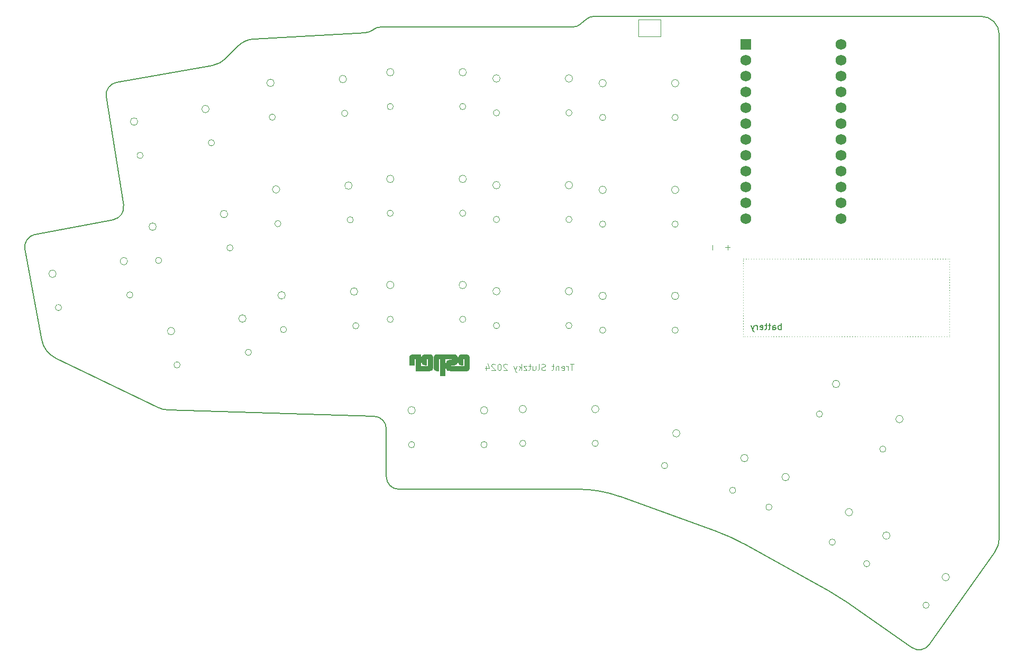
<source format=gbr>
%TF.GenerationSoftware,KiCad,Pcbnew,8.0.6*%
%TF.CreationDate,2024-11-17T18:27:12-05:00*%
%TF.ProjectId,ultra_lp_keeb,756c7472-615f-46c7-905f-6b6565622e6b,rev?*%
%TF.SameCoordinates,Original*%
%TF.FileFunction,Legend,Bot*%
%TF.FilePolarity,Positive*%
%FSLAX46Y46*%
G04 Gerber Fmt 4.6, Leading zero omitted, Abs format (unit mm)*
G04 Created by KiCad (PCBNEW 8.0.6) date 2024-11-17 18:27:12*
%MOMM*%
%LPD*%
G01*
G04 APERTURE LIST*
%ADD10C,0.100000*%
%ADD11C,0.150000*%
%ADD12C,0.000000*%
%ADD13R,1.752600X1.752600*%
%ADD14C,1.752600*%
%TA.AperFunction,Profile*%
%ADD15C,0.200000*%
%TD*%
%TA.AperFunction,Profile*%
%ADD16C,0.100000*%
%TD*%
G04 APERTURE END LIST*
D10*
X182000000Y-94500000D02*
X182020000Y-94500000D01*
X182420000Y-94500000D02*
X182440000Y-94500000D01*
X182840000Y-94500000D02*
X182860000Y-94500000D01*
X183260000Y-94500000D02*
X183280000Y-94500000D01*
X183680000Y-94500000D02*
X183700000Y-94500000D01*
X184100000Y-94500000D02*
X184120000Y-94500000D01*
X184520000Y-94500000D02*
X184540000Y-94500000D01*
X184940000Y-94500000D02*
X184960000Y-94500000D01*
X185360000Y-94500000D02*
X185380000Y-94500000D01*
X185780000Y-94500000D02*
X185800000Y-94500000D01*
X186200000Y-94500000D02*
X186220000Y-94500000D01*
X186620000Y-94500000D02*
X186640000Y-94500000D01*
X187040000Y-94500000D02*
X187060000Y-94500000D01*
X187460000Y-94500000D02*
X187480000Y-94500000D01*
X187880000Y-94500000D02*
X187900000Y-94500000D01*
X188300000Y-94500000D02*
X188320000Y-94500000D01*
X188720000Y-94500000D02*
X188740000Y-94500000D01*
X189140000Y-94500000D02*
X189160000Y-94500000D01*
X189560000Y-94500000D02*
X189580000Y-94500000D01*
X189980000Y-94500000D02*
X190000000Y-94500000D01*
X190400000Y-94500000D02*
X190420000Y-94500000D01*
X190820000Y-94500000D02*
X190840000Y-94500000D01*
X191240000Y-94500000D02*
X191260000Y-94500000D01*
X191660000Y-94500000D02*
X191680000Y-94500000D01*
X192080000Y-94500000D02*
X192100000Y-94500000D01*
X192500000Y-94500000D02*
X192520000Y-94500000D01*
X192920000Y-94500000D02*
X192940000Y-94500000D01*
X193340000Y-94500000D02*
X193360000Y-94500000D01*
X193760000Y-94500000D02*
X193780000Y-94500000D01*
X194180000Y-94500000D02*
X194200000Y-94500000D01*
X194600000Y-94500000D02*
X194620000Y-94500000D01*
X195020000Y-94500000D02*
X195040000Y-94500000D01*
X195440000Y-94500000D02*
X195460000Y-94500000D01*
X195860000Y-94500000D02*
X195880000Y-94500000D01*
X196280000Y-94500000D02*
X196300000Y-94500000D01*
X196700000Y-94500000D02*
X196720000Y-94500000D01*
X197120000Y-94500000D02*
X197140000Y-94500000D01*
X197540000Y-94500000D02*
X197560000Y-94500000D01*
X197960000Y-94500000D02*
X197980000Y-94500000D01*
X198380000Y-94500000D02*
X198400000Y-94500000D01*
X198800000Y-94500000D02*
X198820000Y-94500000D01*
X199220000Y-94500000D02*
X199240000Y-94500000D01*
X199640000Y-94500000D02*
X199660000Y-94500000D01*
X200060000Y-94500000D02*
X200080000Y-94500000D01*
X200480000Y-94500000D02*
X200500000Y-94500000D01*
X200900000Y-94500000D02*
X200920000Y-94500000D01*
X201320000Y-94500000D02*
X201340000Y-94500000D01*
X201740000Y-94500000D02*
X201760000Y-94500000D01*
X202160000Y-94500000D02*
X202180000Y-94500000D01*
X202580000Y-94500000D02*
X202600000Y-94500000D01*
X203000000Y-94500000D02*
X203020000Y-94500000D01*
X203420000Y-94500000D02*
X203440000Y-94500000D01*
X203840000Y-94500000D02*
X203860000Y-94500000D01*
X204260000Y-94500000D02*
X204280000Y-94500000D01*
X204680000Y-94500000D02*
X204700000Y-94500000D01*
X205100000Y-94500000D02*
X205120000Y-94500000D01*
X205520000Y-94500000D02*
X205540000Y-94500000D01*
X205940000Y-94500000D02*
X205960000Y-94500000D01*
X206360000Y-94500000D02*
X206380000Y-94500000D01*
X206780000Y-94500000D02*
X206800000Y-94500000D01*
X207200000Y-94500000D02*
X207220000Y-94500000D01*
X207620000Y-94500000D02*
X207640000Y-94500000D01*
X208040000Y-94500000D02*
X208060000Y-94500000D01*
X208460000Y-94500000D02*
X208480000Y-94500000D01*
X208880000Y-94500000D02*
X208900000Y-94500000D01*
X209300000Y-94500000D02*
X209320000Y-94500000D01*
X209720000Y-94500000D02*
X209740000Y-94500000D01*
X210140000Y-94500000D02*
X210160000Y-94500000D01*
X210560000Y-94500000D02*
X210580000Y-94500000D01*
X210980000Y-94500000D02*
X211000000Y-94500000D01*
X211400000Y-94500000D02*
X211420000Y-94500000D01*
X211820000Y-94500000D02*
X211840000Y-94500000D01*
X212240000Y-94500000D02*
X212260000Y-94500000D01*
X212660000Y-94500000D02*
X212680000Y-94500000D01*
X213080000Y-94500000D02*
X213100000Y-94500000D01*
X213500000Y-94500000D02*
X213520000Y-94500000D01*
X213920000Y-94500000D02*
X213940000Y-94500000D01*
X214340000Y-94500000D02*
X214360000Y-94500000D01*
X214760000Y-94500000D02*
X214780000Y-94500000D01*
X215000000Y-94500000D02*
X215000000Y-94520000D01*
X215000000Y-94920000D02*
X215000000Y-94940000D01*
X215000000Y-95340000D02*
X215000000Y-95360000D01*
X215000000Y-95760000D02*
X215000000Y-95780000D01*
X215000000Y-96180000D02*
X215000000Y-96200000D01*
X215000000Y-96600000D02*
X215000000Y-96620000D01*
X215000000Y-97020000D02*
X215000000Y-97040000D01*
X215000000Y-97440000D02*
X215000000Y-97460000D01*
X215000000Y-97860000D02*
X215000000Y-97880000D01*
X215000000Y-98280000D02*
X215000000Y-98300000D01*
X215000000Y-98700000D02*
X215000000Y-98720000D01*
X215000000Y-99120000D02*
X215000000Y-99140000D01*
X215000000Y-99540000D02*
X215000000Y-99560000D01*
X215000000Y-99960000D02*
X215000000Y-99980000D01*
X215000000Y-100380000D02*
X215000000Y-100400000D01*
X215000000Y-100800000D02*
X215000000Y-100820000D01*
X215000000Y-101220000D02*
X215000000Y-101240000D01*
X215000000Y-101640000D02*
X215000000Y-101660000D01*
X215000000Y-102060000D02*
X215000000Y-102080000D01*
X215000000Y-102480000D02*
X215000000Y-102500000D01*
X215000000Y-102900000D02*
X215000000Y-102920000D01*
X215000000Y-103320000D02*
X215000000Y-103340000D01*
X215000000Y-103740000D02*
X215000000Y-103760000D01*
X215000000Y-104160000D02*
X215000000Y-104180000D01*
X215000000Y-104580000D02*
X215000000Y-104600000D01*
X215000000Y-105000000D02*
X215000000Y-105020000D01*
X215000000Y-105420000D02*
X215000000Y-105440000D01*
X215000000Y-105840000D02*
X215000000Y-105860000D01*
X215000000Y-106260000D02*
X215000000Y-106280000D01*
X215000000Y-106680000D02*
X215000000Y-106700000D01*
X215000000Y-107000000D02*
X214980000Y-107000000D01*
X214580000Y-107000000D02*
X214560000Y-107000000D01*
X214160000Y-107000000D02*
X214140000Y-107000000D01*
X213740000Y-107000000D02*
X213720000Y-107000000D01*
X213320000Y-107000000D02*
X213300000Y-107000000D01*
X212900000Y-107000000D02*
X212880000Y-107000000D01*
X212480000Y-107000000D02*
X212460000Y-107000000D01*
X212060000Y-107000000D02*
X212040000Y-107000000D01*
X211640000Y-107000000D02*
X211620000Y-107000000D01*
X211220000Y-107000000D02*
X211200000Y-107000000D01*
X210800000Y-107000000D02*
X210780000Y-107000000D01*
X210380000Y-107000000D02*
X210360000Y-107000000D01*
X209960000Y-107000000D02*
X209940000Y-107000000D01*
X209540000Y-107000000D02*
X209520000Y-107000000D01*
X209120000Y-107000000D02*
X209100000Y-107000000D01*
X208700000Y-107000000D02*
X208680000Y-107000000D01*
X208280000Y-107000000D02*
X208260000Y-107000000D01*
X207860000Y-107000000D02*
X207840000Y-107000000D01*
X207440000Y-107000000D02*
X207420000Y-107000000D01*
X207020000Y-107000000D02*
X207000000Y-107000000D01*
X206600000Y-107000000D02*
X206580000Y-107000000D01*
X206180000Y-107000000D02*
X206160000Y-107000000D01*
X205760000Y-107000000D02*
X205740000Y-107000000D01*
X205340000Y-107000000D02*
X205320000Y-107000000D01*
X204920000Y-107000000D02*
X204900000Y-107000000D01*
X204500000Y-107000000D02*
X204480000Y-107000000D01*
X204080000Y-107000000D02*
X204060000Y-107000000D01*
X203660000Y-107000000D02*
X203640000Y-107000000D01*
X203240000Y-107000000D02*
X203220000Y-107000000D01*
X202820000Y-107000000D02*
X202800000Y-107000000D01*
X202400000Y-107000000D02*
X202380000Y-107000000D01*
X201980000Y-107000000D02*
X201960000Y-107000000D01*
X201560000Y-107000000D02*
X201540000Y-107000000D01*
X201140000Y-107000000D02*
X201120000Y-107000000D01*
X200720000Y-107000000D02*
X200700000Y-107000000D01*
X200300000Y-107000000D02*
X200280000Y-107000000D01*
X199880000Y-107000000D02*
X199860000Y-107000000D01*
X199460000Y-107000000D02*
X199440000Y-107000000D01*
X199040000Y-107000000D02*
X199020000Y-107000000D01*
X198620000Y-107000000D02*
X198600000Y-107000000D01*
X198200000Y-107000000D02*
X198180000Y-107000000D01*
X197780000Y-107000000D02*
X197760000Y-107000000D01*
X197360000Y-107000000D02*
X197340000Y-107000000D01*
X196940000Y-107000000D02*
X196920000Y-107000000D01*
X196520000Y-107000000D02*
X196500000Y-107000000D01*
X196100000Y-107000000D02*
X196080000Y-107000000D01*
X195680000Y-107000000D02*
X195660000Y-107000000D01*
X195260000Y-107000000D02*
X195240000Y-107000000D01*
X194840000Y-107000000D02*
X194820000Y-107000000D01*
X194420000Y-107000000D02*
X194400000Y-107000000D01*
X194000000Y-107000000D02*
X193980000Y-107000000D01*
X193580000Y-107000000D02*
X193560000Y-107000000D01*
X193160000Y-107000000D02*
X193140000Y-107000000D01*
X192740000Y-107000000D02*
X192720000Y-107000000D01*
X192320000Y-107000000D02*
X192300000Y-107000000D01*
X191900000Y-107000000D02*
X191880000Y-107000000D01*
X191480000Y-107000000D02*
X191460000Y-107000000D01*
X191060000Y-107000000D02*
X191040000Y-107000000D01*
X190640000Y-107000000D02*
X190620000Y-107000000D01*
X190220000Y-107000000D02*
X190200000Y-107000000D01*
X189800000Y-107000000D02*
X189780000Y-107000000D01*
X189380000Y-107000000D02*
X189360000Y-107000000D01*
X188960000Y-107000000D02*
X188940000Y-107000000D01*
X188540000Y-107000000D02*
X188520000Y-107000000D01*
X188120000Y-107000000D02*
X188100000Y-107000000D01*
X187700000Y-107000000D02*
X187680000Y-107000000D01*
X187280000Y-107000000D02*
X187260000Y-107000000D01*
X186860000Y-107000000D02*
X186840000Y-107000000D01*
X186440000Y-107000000D02*
X186420000Y-107000000D01*
X186020000Y-107000000D02*
X186000000Y-107000000D01*
X185600000Y-107000000D02*
X185580000Y-107000000D01*
X185180000Y-107000000D02*
X185160000Y-107000000D01*
X184760000Y-107000000D02*
X184740000Y-107000000D01*
X184340000Y-107000000D02*
X184320000Y-107000000D01*
X183920000Y-107000000D02*
X183900000Y-107000000D01*
X183500000Y-107000000D02*
X183480000Y-107000000D01*
X183080000Y-107000000D02*
X183060000Y-107000000D01*
X182660000Y-107000000D02*
X182640000Y-107000000D01*
X182240000Y-107000000D02*
X182220000Y-107000000D01*
X182000000Y-107000000D02*
X182000000Y-106980000D01*
X182000000Y-106580000D02*
X182000000Y-106560000D01*
X182000000Y-106160000D02*
X182000000Y-106140000D01*
X182000000Y-105740000D02*
X182000000Y-105720000D01*
X182000000Y-105320000D02*
X182000000Y-105300000D01*
X182000000Y-104900000D02*
X182000000Y-104880000D01*
X182000000Y-104480000D02*
X182000000Y-104460000D01*
X182000000Y-104060000D02*
X182000000Y-104040000D01*
X182000000Y-103640000D02*
X182000000Y-103620000D01*
X182000000Y-103220000D02*
X182000000Y-103200000D01*
X182000000Y-102800000D02*
X182000000Y-102780000D01*
X182000000Y-102380000D02*
X182000000Y-102360000D01*
X182000000Y-101960000D02*
X182000000Y-101940000D01*
X182000000Y-101540000D02*
X182000000Y-101520000D01*
X182000000Y-101120000D02*
X182000000Y-101100000D01*
X182000000Y-100700000D02*
X182000000Y-100680000D01*
X182000000Y-100280000D02*
X182000000Y-100260000D01*
X182000000Y-99860000D02*
X182000000Y-99840000D01*
X182000000Y-99440000D02*
X182000000Y-99420000D01*
X182000000Y-99020000D02*
X182000000Y-99000000D01*
X182000000Y-98600000D02*
X182000000Y-98580000D01*
X182000000Y-98180000D02*
X182000000Y-98160000D01*
X182000000Y-97760000D02*
X182000000Y-97740000D01*
X182000000Y-97340000D02*
X182000000Y-97320000D01*
X182000000Y-96920000D02*
X182000000Y-96900000D01*
X182000000Y-96500000D02*
X182000000Y-96480000D01*
X182000000Y-96080000D02*
X182000000Y-96060000D01*
X182000000Y-95660000D02*
X182000000Y-95640000D01*
X182000000Y-95240000D02*
X182000000Y-95220000D01*
X182000000Y-94820000D02*
X182000000Y-94800000D01*
D11*
X188051066Y-105869819D02*
X188051066Y-104869819D01*
X188051066Y-105250771D02*
X187955828Y-105203152D01*
X187955828Y-105203152D02*
X187765352Y-105203152D01*
X187765352Y-105203152D02*
X187670114Y-105250771D01*
X187670114Y-105250771D02*
X187622495Y-105298390D01*
X187622495Y-105298390D02*
X187574876Y-105393628D01*
X187574876Y-105393628D02*
X187574876Y-105679342D01*
X187574876Y-105679342D02*
X187622495Y-105774580D01*
X187622495Y-105774580D02*
X187670114Y-105822200D01*
X187670114Y-105822200D02*
X187765352Y-105869819D01*
X187765352Y-105869819D02*
X187955828Y-105869819D01*
X187955828Y-105869819D02*
X188051066Y-105822200D01*
X186717733Y-105869819D02*
X186717733Y-105346009D01*
X186717733Y-105346009D02*
X186765352Y-105250771D01*
X186765352Y-105250771D02*
X186860590Y-105203152D01*
X186860590Y-105203152D02*
X187051066Y-105203152D01*
X187051066Y-105203152D02*
X187146304Y-105250771D01*
X186717733Y-105822200D02*
X186812971Y-105869819D01*
X186812971Y-105869819D02*
X187051066Y-105869819D01*
X187051066Y-105869819D02*
X187146304Y-105822200D01*
X187146304Y-105822200D02*
X187193923Y-105726961D01*
X187193923Y-105726961D02*
X187193923Y-105631723D01*
X187193923Y-105631723D02*
X187146304Y-105536485D01*
X187146304Y-105536485D02*
X187051066Y-105488866D01*
X187051066Y-105488866D02*
X186812971Y-105488866D01*
X186812971Y-105488866D02*
X186717733Y-105441247D01*
X186384399Y-105203152D02*
X186003447Y-105203152D01*
X186241542Y-104869819D02*
X186241542Y-105726961D01*
X186241542Y-105726961D02*
X186193923Y-105822200D01*
X186193923Y-105822200D02*
X186098685Y-105869819D01*
X186098685Y-105869819D02*
X186003447Y-105869819D01*
X185812970Y-105203152D02*
X185432018Y-105203152D01*
X185670113Y-104869819D02*
X185670113Y-105726961D01*
X185670113Y-105726961D02*
X185622494Y-105822200D01*
X185622494Y-105822200D02*
X185527256Y-105869819D01*
X185527256Y-105869819D02*
X185432018Y-105869819D01*
X184717732Y-105822200D02*
X184812970Y-105869819D01*
X184812970Y-105869819D02*
X185003446Y-105869819D01*
X185003446Y-105869819D02*
X185098684Y-105822200D01*
X185098684Y-105822200D02*
X185146303Y-105726961D01*
X185146303Y-105726961D02*
X185146303Y-105346009D01*
X185146303Y-105346009D02*
X185098684Y-105250771D01*
X185098684Y-105250771D02*
X185003446Y-105203152D01*
X185003446Y-105203152D02*
X184812970Y-105203152D01*
X184812970Y-105203152D02*
X184717732Y-105250771D01*
X184717732Y-105250771D02*
X184670113Y-105346009D01*
X184670113Y-105346009D02*
X184670113Y-105441247D01*
X184670113Y-105441247D02*
X185146303Y-105536485D01*
X184241541Y-105869819D02*
X184241541Y-105203152D01*
X184241541Y-105393628D02*
X184193922Y-105298390D01*
X184193922Y-105298390D02*
X184146303Y-105250771D01*
X184146303Y-105250771D02*
X184051065Y-105203152D01*
X184051065Y-105203152D02*
X183955827Y-105203152D01*
X183717731Y-105203152D02*
X183479636Y-105869819D01*
X183241541Y-105203152D02*
X183479636Y-105869819D01*
X183479636Y-105869819D02*
X183574874Y-106107914D01*
X183574874Y-106107914D02*
X183622493Y-106155533D01*
X183622493Y-106155533D02*
X183717731Y-106203152D01*
D10*
X154838972Y-111372419D02*
X154267544Y-111372419D01*
X154553258Y-112372419D02*
X154553258Y-111372419D01*
X153934210Y-112372419D02*
X153934210Y-111705752D01*
X153934210Y-111896228D02*
X153886591Y-111800990D01*
X153886591Y-111800990D02*
X153838972Y-111753371D01*
X153838972Y-111753371D02*
X153743734Y-111705752D01*
X153743734Y-111705752D02*
X153648496Y-111705752D01*
X152934210Y-112324800D02*
X153029448Y-112372419D01*
X153029448Y-112372419D02*
X153219924Y-112372419D01*
X153219924Y-112372419D02*
X153315162Y-112324800D01*
X153315162Y-112324800D02*
X153362781Y-112229561D01*
X153362781Y-112229561D02*
X153362781Y-111848609D01*
X153362781Y-111848609D02*
X153315162Y-111753371D01*
X153315162Y-111753371D02*
X153219924Y-111705752D01*
X153219924Y-111705752D02*
X153029448Y-111705752D01*
X153029448Y-111705752D02*
X152934210Y-111753371D01*
X152934210Y-111753371D02*
X152886591Y-111848609D01*
X152886591Y-111848609D02*
X152886591Y-111943847D01*
X152886591Y-111943847D02*
X153362781Y-112039085D01*
X152458019Y-111705752D02*
X152458019Y-112372419D01*
X152458019Y-111800990D02*
X152410400Y-111753371D01*
X152410400Y-111753371D02*
X152315162Y-111705752D01*
X152315162Y-111705752D02*
X152172305Y-111705752D01*
X152172305Y-111705752D02*
X152077067Y-111753371D01*
X152077067Y-111753371D02*
X152029448Y-111848609D01*
X152029448Y-111848609D02*
X152029448Y-112372419D01*
X151696114Y-111705752D02*
X151315162Y-111705752D01*
X151553257Y-111372419D02*
X151553257Y-112229561D01*
X151553257Y-112229561D02*
X151505638Y-112324800D01*
X151505638Y-112324800D02*
X151410400Y-112372419D01*
X151410400Y-112372419D02*
X151315162Y-112372419D01*
X150267542Y-112324800D02*
X150124685Y-112372419D01*
X150124685Y-112372419D02*
X149886590Y-112372419D01*
X149886590Y-112372419D02*
X149791352Y-112324800D01*
X149791352Y-112324800D02*
X149743733Y-112277180D01*
X149743733Y-112277180D02*
X149696114Y-112181942D01*
X149696114Y-112181942D02*
X149696114Y-112086704D01*
X149696114Y-112086704D02*
X149743733Y-111991466D01*
X149743733Y-111991466D02*
X149791352Y-111943847D01*
X149791352Y-111943847D02*
X149886590Y-111896228D01*
X149886590Y-111896228D02*
X150077066Y-111848609D01*
X150077066Y-111848609D02*
X150172304Y-111800990D01*
X150172304Y-111800990D02*
X150219923Y-111753371D01*
X150219923Y-111753371D02*
X150267542Y-111658133D01*
X150267542Y-111658133D02*
X150267542Y-111562895D01*
X150267542Y-111562895D02*
X150219923Y-111467657D01*
X150219923Y-111467657D02*
X150172304Y-111420038D01*
X150172304Y-111420038D02*
X150077066Y-111372419D01*
X150077066Y-111372419D02*
X149838971Y-111372419D01*
X149838971Y-111372419D02*
X149696114Y-111420038D01*
X149124685Y-112372419D02*
X149219923Y-112324800D01*
X149219923Y-112324800D02*
X149267542Y-112229561D01*
X149267542Y-112229561D02*
X149267542Y-111372419D01*
X148315161Y-111705752D02*
X148315161Y-112372419D01*
X148743732Y-111705752D02*
X148743732Y-112229561D01*
X148743732Y-112229561D02*
X148696113Y-112324800D01*
X148696113Y-112324800D02*
X148600875Y-112372419D01*
X148600875Y-112372419D02*
X148458018Y-112372419D01*
X148458018Y-112372419D02*
X148362780Y-112324800D01*
X148362780Y-112324800D02*
X148315161Y-112277180D01*
X147981827Y-111705752D02*
X147600875Y-111705752D01*
X147838970Y-111372419D02*
X147838970Y-112229561D01*
X147838970Y-112229561D02*
X147791351Y-112324800D01*
X147791351Y-112324800D02*
X147696113Y-112372419D01*
X147696113Y-112372419D02*
X147600875Y-112372419D01*
X147362779Y-111705752D02*
X146838970Y-111705752D01*
X146838970Y-111705752D02*
X147362779Y-112372419D01*
X147362779Y-112372419D02*
X146838970Y-112372419D01*
X146458017Y-112372419D02*
X146458017Y-111372419D01*
X146362779Y-111991466D02*
X146077065Y-112372419D01*
X146077065Y-111705752D02*
X146458017Y-112086704D01*
X145743731Y-111705752D02*
X145505636Y-112372419D01*
X145267541Y-111705752D02*
X145505636Y-112372419D01*
X145505636Y-112372419D02*
X145600874Y-112610514D01*
X145600874Y-112610514D02*
X145648493Y-112658133D01*
X145648493Y-112658133D02*
X145743731Y-112705752D01*
X144172302Y-111467657D02*
X144124683Y-111420038D01*
X144124683Y-111420038D02*
X144029445Y-111372419D01*
X144029445Y-111372419D02*
X143791350Y-111372419D01*
X143791350Y-111372419D02*
X143696112Y-111420038D01*
X143696112Y-111420038D02*
X143648493Y-111467657D01*
X143648493Y-111467657D02*
X143600874Y-111562895D01*
X143600874Y-111562895D02*
X143600874Y-111658133D01*
X143600874Y-111658133D02*
X143648493Y-111800990D01*
X143648493Y-111800990D02*
X144219921Y-112372419D01*
X144219921Y-112372419D02*
X143600874Y-112372419D01*
X142981826Y-111372419D02*
X142886588Y-111372419D01*
X142886588Y-111372419D02*
X142791350Y-111420038D01*
X142791350Y-111420038D02*
X142743731Y-111467657D01*
X142743731Y-111467657D02*
X142696112Y-111562895D01*
X142696112Y-111562895D02*
X142648493Y-111753371D01*
X142648493Y-111753371D02*
X142648493Y-111991466D01*
X142648493Y-111991466D02*
X142696112Y-112181942D01*
X142696112Y-112181942D02*
X142743731Y-112277180D01*
X142743731Y-112277180D02*
X142791350Y-112324800D01*
X142791350Y-112324800D02*
X142886588Y-112372419D01*
X142886588Y-112372419D02*
X142981826Y-112372419D01*
X142981826Y-112372419D02*
X143077064Y-112324800D01*
X143077064Y-112324800D02*
X143124683Y-112277180D01*
X143124683Y-112277180D02*
X143172302Y-112181942D01*
X143172302Y-112181942D02*
X143219921Y-111991466D01*
X143219921Y-111991466D02*
X143219921Y-111753371D01*
X143219921Y-111753371D02*
X143172302Y-111562895D01*
X143172302Y-111562895D02*
X143124683Y-111467657D01*
X143124683Y-111467657D02*
X143077064Y-111420038D01*
X143077064Y-111420038D02*
X142981826Y-111372419D01*
X142267540Y-111467657D02*
X142219921Y-111420038D01*
X142219921Y-111420038D02*
X142124683Y-111372419D01*
X142124683Y-111372419D02*
X141886588Y-111372419D01*
X141886588Y-111372419D02*
X141791350Y-111420038D01*
X141791350Y-111420038D02*
X141743731Y-111467657D01*
X141743731Y-111467657D02*
X141696112Y-111562895D01*
X141696112Y-111562895D02*
X141696112Y-111658133D01*
X141696112Y-111658133D02*
X141743731Y-111800990D01*
X141743731Y-111800990D02*
X142315159Y-112372419D01*
X142315159Y-112372419D02*
X141696112Y-112372419D01*
X140838969Y-111705752D02*
X140838969Y-112372419D01*
X141077064Y-111324800D02*
X141315159Y-112039085D01*
X141315159Y-112039085D02*
X140696112Y-112039085D01*
X177091466Y-92303884D02*
X177091466Y-93065789D01*
X179491466Y-92303884D02*
X179491466Y-93065789D01*
X179872419Y-92684836D02*
X179110514Y-92684836D01*
%TO.C,REF\u002A\u002A*%
X168750000Y-56200000D02*
X165250000Y-56200000D01*
X165250000Y-58900000D01*
X168750000Y-58900000D01*
X168750000Y-56200000D01*
D12*
%TO.C,G\u002A\u002A\u002A*%
G36*
X131586719Y-109815322D02*
G01*
X131667588Y-109815493D01*
X131736298Y-109815908D01*
X131794150Y-109816675D01*
X131842445Y-109817900D01*
X131882483Y-109819689D01*
X131915566Y-109822150D01*
X131942994Y-109825389D01*
X131966068Y-109829513D01*
X131986088Y-109834628D01*
X132004356Y-109840842D01*
X132022172Y-109848261D01*
X132040837Y-109856991D01*
X132061651Y-109867140D01*
X132075928Y-109874411D01*
X132110940Y-109895705D01*
X132145107Y-109922536D01*
X132183256Y-109958529D01*
X132213155Y-109990397D01*
X132259860Y-110052343D01*
X132294416Y-110118543D01*
X132319000Y-110192754D01*
X132319277Y-110193842D01*
X132321573Y-110203343D01*
X132323623Y-110213349D01*
X132325440Y-110224744D01*
X132327040Y-110238411D01*
X132328434Y-110255234D01*
X132329639Y-110276097D01*
X132330666Y-110301885D01*
X132331532Y-110333480D01*
X132332248Y-110371767D01*
X132332831Y-110417629D01*
X132333292Y-110471951D01*
X132333646Y-110535616D01*
X132333908Y-110609509D01*
X132334091Y-110694513D01*
X132334209Y-110791511D01*
X132334276Y-110901388D01*
X132334306Y-111025028D01*
X132334313Y-111163315D01*
X132334317Y-111288131D01*
X132334309Y-111417002D01*
X132334255Y-111531999D01*
X132334118Y-111634003D01*
X132333862Y-111723900D01*
X132333452Y-111802571D01*
X132332851Y-111870901D01*
X132332023Y-111929771D01*
X132330933Y-111980066D01*
X132329545Y-112022669D01*
X132327823Y-112058462D01*
X132325731Y-112088329D01*
X132323234Y-112113153D01*
X132320294Y-112133817D01*
X132316877Y-112151204D01*
X132312946Y-112166198D01*
X132308465Y-112179682D01*
X132303400Y-112192538D01*
X132297713Y-112205650D01*
X132291369Y-112219901D01*
X132288032Y-112227172D01*
X132265169Y-112269077D01*
X132236343Y-112312766D01*
X132205378Y-112352805D01*
X132176097Y-112383757D01*
X132125576Y-112423739D01*
X132061004Y-112462550D01*
X131993565Y-112491772D01*
X131927830Y-112509095D01*
X131926407Y-112509268D01*
X131910799Y-112510019D01*
X131880743Y-112510732D01*
X131837125Y-112511401D01*
X131780828Y-112512023D01*
X131712739Y-112512595D01*
X131633741Y-112513110D01*
X131544721Y-112513566D01*
X131446562Y-112513959D01*
X131340150Y-112514284D01*
X131226370Y-112514537D01*
X131106107Y-112514714D01*
X130980245Y-112514811D01*
X130849670Y-112514823D01*
X130715267Y-112514747D01*
X129542720Y-112513701D01*
X129538838Y-111575365D01*
X129534955Y-110637029D01*
X129516623Y-110622186D01*
X129497956Y-110611238D01*
X129471042Y-110608993D01*
X129444574Y-110622184D01*
X129426242Y-110637025D01*
X129422359Y-111140512D01*
X129418477Y-111643998D01*
X128987508Y-111643998D01*
X128556539Y-111643998D01*
X128554555Y-110954540D01*
X128554346Y-110882883D01*
X128554019Y-110766645D01*
X128553805Y-110664309D01*
X128553769Y-110574832D01*
X128553974Y-110497170D01*
X128554485Y-110430281D01*
X128555366Y-110373121D01*
X128556680Y-110324647D01*
X128558492Y-110283816D01*
X128560867Y-110249584D01*
X128563867Y-110220908D01*
X128567557Y-110196745D01*
X128572002Y-110176052D01*
X128577265Y-110157785D01*
X128583411Y-110140901D01*
X128590503Y-110124358D01*
X128598606Y-110107110D01*
X128607783Y-110088117D01*
X128612916Y-110077826D01*
X128656410Y-110009722D01*
X128712018Y-109948808D01*
X128777514Y-109896893D01*
X128850673Y-109855780D01*
X128929269Y-109827276D01*
X128934829Y-109825911D01*
X128945312Y-109823934D01*
X128958554Y-109822217D01*
X128975538Y-109820745D01*
X128997245Y-109819506D01*
X129024659Y-109818486D01*
X129058761Y-109817672D01*
X129100535Y-109817051D01*
X129150962Y-109816609D01*
X129211024Y-109816333D01*
X129281705Y-109816210D01*
X129363987Y-109816227D01*
X129458851Y-109816370D01*
X129567281Y-109816625D01*
X129690259Y-109816981D01*
X130404658Y-109819174D01*
X130406632Y-110742767D01*
X130408605Y-111666360D01*
X130425457Y-111684298D01*
X130442309Y-111702237D01*
X130939870Y-111701990D01*
X131043258Y-111701872D01*
X131135429Y-111701608D01*
X131213799Y-111701183D01*
X131279248Y-111700579D01*
X131332653Y-111699781D01*
X131374892Y-111698771D01*
X131406843Y-111697533D01*
X131429385Y-111696051D01*
X131443395Y-111694306D01*
X131449752Y-111692283D01*
X131455258Y-111687835D01*
X131460503Y-111682383D01*
X131464954Y-111675235D01*
X131468676Y-111665237D01*
X131471735Y-111651237D01*
X131474194Y-111632082D01*
X131476120Y-111606618D01*
X131477578Y-111573694D01*
X131478632Y-111532156D01*
X131479349Y-111480852D01*
X131479793Y-111418628D01*
X131480029Y-111344333D01*
X131480123Y-111256812D01*
X131480140Y-111154914D01*
X131480139Y-111114808D01*
X131480107Y-111016555D01*
X131479966Y-110932318D01*
X131479631Y-110860991D01*
X131479022Y-110801470D01*
X131478056Y-110752648D01*
X131476650Y-110713420D01*
X131474722Y-110682681D01*
X131472189Y-110659324D01*
X131468970Y-110642245D01*
X131464981Y-110630338D01*
X131460140Y-110622497D01*
X131454366Y-110617617D01*
X131447574Y-110614593D01*
X131439684Y-110612318D01*
X131418094Y-110608118D01*
X131397686Y-110610799D01*
X131378439Y-110623521D01*
X131359779Y-110639699D01*
X131355897Y-111110788D01*
X131352014Y-111581876D01*
X131154001Y-111581789D01*
X131113953Y-111581710D01*
X131051526Y-111581126D01*
X131000950Y-111579696D01*
X130959853Y-111577095D01*
X130925858Y-111572998D01*
X130896593Y-111567079D01*
X130869681Y-111559015D01*
X130842749Y-111548479D01*
X130813423Y-111535146D01*
X130738583Y-111492249D01*
X130673580Y-111438297D01*
X130619390Y-111373388D01*
X130575327Y-111296834D01*
X130566790Y-111278768D01*
X130557961Y-111259201D01*
X130550493Y-111240488D01*
X130544270Y-111221264D01*
X130539179Y-111200164D01*
X130535104Y-111175822D01*
X130531933Y-111146872D01*
X130529551Y-111111949D01*
X130527842Y-111069688D01*
X130526694Y-111018724D01*
X130525991Y-110957691D01*
X130525620Y-110885224D01*
X130525466Y-110799957D01*
X130525415Y-110700525D01*
X130525405Y-110614859D01*
X130525525Y-110525259D01*
X130525910Y-110448690D01*
X130526690Y-110383790D01*
X130527995Y-110329195D01*
X130529955Y-110283543D01*
X130532699Y-110245470D01*
X130536357Y-110213615D01*
X130541058Y-110186614D01*
X130546932Y-110163104D01*
X130554108Y-110141722D01*
X130562717Y-110121107D01*
X130572888Y-110099894D01*
X130584751Y-110076722D01*
X130604259Y-110043800D01*
X130644669Y-109991094D01*
X130693069Y-109941431D01*
X130745419Y-109898788D01*
X130797681Y-109867140D01*
X130810338Y-109860953D01*
X130829723Y-109851657D01*
X130847728Y-109843717D01*
X130865654Y-109837024D01*
X130884803Y-109831474D01*
X130906474Y-109826958D01*
X130931969Y-109823371D01*
X130962588Y-109820606D01*
X130999632Y-109818556D01*
X131044402Y-109817113D01*
X131098199Y-109816173D01*
X131162323Y-109815627D01*
X131238075Y-109815369D01*
X131326756Y-109815293D01*
X131429666Y-109815291D01*
X131492391Y-109815289D01*
X131586719Y-109815322D01*
G37*
G36*
X137371553Y-109814127D02*
G01*
X137450748Y-109814707D01*
X137526277Y-109815605D01*
X137596447Y-109816821D01*
X137659562Y-109818352D01*
X137713929Y-109820199D01*
X137757853Y-109822360D01*
X137789638Y-109824833D01*
X137807591Y-109827618D01*
X137815061Y-109829779D01*
X137893693Y-109860577D01*
X137966298Y-109903572D01*
X138030719Y-109957002D01*
X138084802Y-110019104D01*
X138126389Y-110088117D01*
X138130663Y-110096919D01*
X138138343Y-110112613D01*
X138145219Y-110127149D01*
X138151332Y-110141407D01*
X138156726Y-110156264D01*
X138161441Y-110172599D01*
X138165522Y-110191290D01*
X138169011Y-110213215D01*
X138171949Y-110239253D01*
X138174380Y-110270282D01*
X138176346Y-110307180D01*
X138177889Y-110350826D01*
X138179051Y-110402097D01*
X138179876Y-110461873D01*
X138180406Y-110531031D01*
X138180683Y-110610449D01*
X138180749Y-110701007D01*
X138180648Y-110803582D01*
X138180421Y-110919052D01*
X138180111Y-111048296D01*
X138179760Y-111192193D01*
X138177581Y-112117675D01*
X138160524Y-112164267D01*
X138149651Y-112192176D01*
X138107867Y-112275390D01*
X138056210Y-112346718D01*
X137994337Y-112406511D01*
X137921903Y-112455119D01*
X137838565Y-112492895D01*
X137781607Y-112513701D01*
X136306218Y-112513701D01*
X136143774Y-112513695D01*
X135978629Y-112513672D01*
X135827751Y-112513624D01*
X135690478Y-112513548D01*
X135566147Y-112513436D01*
X135454096Y-112513284D01*
X135353661Y-112513085D01*
X135264180Y-112512834D01*
X135184990Y-112512526D01*
X135115429Y-112512154D01*
X135054834Y-112511712D01*
X135002542Y-112511196D01*
X134957890Y-112510599D01*
X134920216Y-112509916D01*
X134888857Y-112509141D01*
X134863151Y-112508268D01*
X134842434Y-112507292D01*
X134826044Y-112506207D01*
X134813318Y-112505007D01*
X134803593Y-112503686D01*
X134796208Y-112502239D01*
X134790498Y-112500661D01*
X134726012Y-112475385D01*
X134647866Y-112430907D01*
X134579290Y-112374960D01*
X134521319Y-112308587D01*
X134474988Y-112232832D01*
X134441332Y-112148736D01*
X134439729Y-112143294D01*
X134437018Y-112132403D01*
X134434722Y-112119745D01*
X134432804Y-112104068D01*
X134431233Y-112084122D01*
X134429973Y-112058655D01*
X134428991Y-112026416D01*
X134428252Y-111986153D01*
X134427725Y-111936617D01*
X134427373Y-111876554D01*
X134427164Y-111804715D01*
X134427063Y-111719848D01*
X134427037Y-111620702D01*
X134427029Y-111544955D01*
X134427048Y-111453601D01*
X134427210Y-111375498D01*
X134427633Y-111309329D01*
X134428433Y-111253775D01*
X134429729Y-111207520D01*
X134431636Y-111169244D01*
X134434274Y-111137631D01*
X134437759Y-111111362D01*
X134442209Y-111089119D01*
X134447740Y-111069586D01*
X134454472Y-111051443D01*
X134462520Y-111033374D01*
X134472002Y-111014060D01*
X134483037Y-110992184D01*
X134485429Y-110987546D01*
X134514428Y-110942217D01*
X134552995Y-110895453D01*
X134597233Y-110851192D01*
X134643246Y-110813371D01*
X134687137Y-110785930D01*
X134698204Y-110780353D01*
X134726080Y-110766576D01*
X134750489Y-110755513D01*
X134773540Y-110746830D01*
X134797345Y-110740192D01*
X134824014Y-110735265D01*
X134855657Y-110731714D01*
X134894386Y-110729206D01*
X134942311Y-110727405D01*
X135001542Y-110725977D01*
X135074190Y-110724587D01*
X135325316Y-110719938D01*
X135340148Y-110701606D01*
X135352707Y-110677735D01*
X135351910Y-110651295D01*
X135335863Y-110626346D01*
X135316746Y-110607229D01*
X134813652Y-110609227D01*
X134310559Y-110611225D01*
X134308595Y-111946396D01*
X134308509Y-112003456D01*
X134308224Y-112174002D01*
X134307914Y-112329780D01*
X134307576Y-112471367D01*
X134307203Y-112599343D01*
X134306790Y-112714287D01*
X134306333Y-112816777D01*
X134305827Y-112907392D01*
X134305267Y-112986711D01*
X134304647Y-113055313D01*
X134303963Y-113113776D01*
X134303209Y-113162680D01*
X134302381Y-113202602D01*
X134301474Y-113234122D01*
X134300481Y-113257819D01*
X134299400Y-113274271D01*
X134298223Y-113284057D01*
X134296948Y-113287755D01*
X134293552Y-113288400D01*
X134276156Y-113289458D01*
X134245488Y-113290375D01*
X134203001Y-113291135D01*
X134150144Y-113291725D01*
X134088370Y-113292128D01*
X134019131Y-113292332D01*
X133943876Y-113292322D01*
X133864059Y-113292082D01*
X133440855Y-113290222D01*
X133436973Y-111963626D01*
X133433090Y-110637030D01*
X133414758Y-110622186D01*
X133396089Y-110611238D01*
X133369176Y-110608993D01*
X133342709Y-110622186D01*
X133324377Y-110637029D01*
X133320495Y-111575365D01*
X133316612Y-112513701D01*
X133091421Y-112513701D01*
X133050743Y-112513676D01*
X132987791Y-112513379D01*
X132936898Y-112512498D01*
X132895829Y-112510725D01*
X132862346Y-112507754D01*
X132834212Y-112503278D01*
X132809191Y-112496989D01*
X132785045Y-112488582D01*
X132759538Y-112477748D01*
X132730432Y-112464183D01*
X132700440Y-112448279D01*
X132657166Y-112418511D01*
X132611485Y-112378474D01*
X132606626Y-112373788D01*
X132550513Y-112311192D01*
X132508209Y-112245120D01*
X132478115Y-112172559D01*
X132458633Y-112090497D01*
X132458120Y-112086684D01*
X132456726Y-112067198D01*
X132455513Y-112035225D01*
X132454481Y-111990462D01*
X132453628Y-111932604D01*
X132452951Y-111861347D01*
X132452449Y-111776386D01*
X132452119Y-111677417D01*
X132451960Y-111564136D01*
X132451970Y-111436239D01*
X132452147Y-111293420D01*
X132452488Y-111135377D01*
X132452547Y-111112345D01*
X132452912Y-110976348D01*
X132453274Y-110854876D01*
X132453650Y-110747060D01*
X132454053Y-110652032D01*
X132454497Y-110568925D01*
X132454998Y-110496870D01*
X132455570Y-110434999D01*
X132456228Y-110382444D01*
X132456985Y-110338337D01*
X132457857Y-110301811D01*
X132458858Y-110271997D01*
X132460003Y-110248027D01*
X132461305Y-110229034D01*
X132462781Y-110214148D01*
X132464443Y-110202503D01*
X132466307Y-110193230D01*
X132468388Y-110185461D01*
X132492904Y-110118530D01*
X132535554Y-110039515D01*
X132589675Y-109970681D01*
X132654690Y-109912616D01*
X132730023Y-109865912D01*
X132815097Y-109831156D01*
X132819930Y-109829645D01*
X132826229Y-109827866D01*
X132833320Y-109826241D01*
X132841874Y-109824761D01*
X132852560Y-109823422D01*
X132866048Y-109822215D01*
X132883008Y-109821134D01*
X132904111Y-109820172D01*
X132930025Y-109819321D01*
X132961421Y-109818576D01*
X132998969Y-109817928D01*
X133043339Y-109817372D01*
X133095200Y-109816900D01*
X133155222Y-109816506D01*
X133224076Y-109816182D01*
X133302431Y-109815921D01*
X133390958Y-109815717D01*
X133490325Y-109815562D01*
X133601204Y-109815451D01*
X133724263Y-109815375D01*
X133860173Y-109815328D01*
X134009604Y-109815303D01*
X134173226Y-109815293D01*
X134351708Y-109815291D01*
X134544007Y-109815319D01*
X134723755Y-109815405D01*
X134888754Y-109815553D01*
X135039397Y-109815763D01*
X135176077Y-109816039D01*
X135299188Y-109816383D01*
X135409123Y-109816796D01*
X135506274Y-109817282D01*
X135591035Y-109817842D01*
X135663799Y-109818479D01*
X135724959Y-109819195D01*
X135774909Y-109819993D01*
X135814041Y-109820874D01*
X135842749Y-109821840D01*
X135861426Y-109822895D01*
X135870465Y-109824040D01*
X135876364Y-109825735D01*
X135906413Y-109835835D01*
X135935344Y-109847336D01*
X135945453Y-109851714D01*
X135963501Y-109859002D01*
X135972602Y-109861882D01*
X135979823Y-109864656D01*
X135997216Y-109874847D01*
X136020541Y-109890238D01*
X136046267Y-109908400D01*
X136070864Y-109926900D01*
X136090803Y-109943307D01*
X136103624Y-109955221D01*
X136151237Y-110009891D01*
X136191651Y-110072904D01*
X136221157Y-110138699D01*
X136223636Y-110145870D01*
X136230545Y-110167116D01*
X136236389Y-110188105D01*
X136241257Y-110210273D01*
X136245237Y-110235056D01*
X136248418Y-110263887D01*
X136250888Y-110298202D01*
X136252736Y-110339437D01*
X136254049Y-110389026D01*
X136254918Y-110448404D01*
X136255429Y-110519008D01*
X136255672Y-110602271D01*
X136255735Y-110699629D01*
X136255679Y-110769713D01*
X136255348Y-110864619D01*
X136254678Y-110945734D01*
X136253619Y-111014111D01*
X136252122Y-111070798D01*
X136250139Y-111116847D01*
X136247619Y-111153308D01*
X136244514Y-111181232D01*
X136240774Y-111201670D01*
X136236351Y-111215672D01*
X136231195Y-111224288D01*
X136228426Y-111228621D01*
X136224683Y-111244184D01*
X136224198Y-111248781D01*
X136217539Y-111269557D01*
X136204588Y-111297762D01*
X136187294Y-111329424D01*
X136167605Y-111360568D01*
X136150508Y-111384198D01*
X136096861Y-111444593D01*
X136037961Y-111492818D01*
X136015694Y-111507435D01*
X135978112Y-111529053D01*
X135939367Y-111546585D01*
X135894713Y-111562057D01*
X135839404Y-111577492D01*
X135822800Y-111579797D01*
X135791792Y-111581833D01*
X135748071Y-111583488D01*
X135693063Y-111584722D01*
X135628195Y-111585493D01*
X135554893Y-111585759D01*
X135543691Y-111585759D01*
X135476191Y-111585829D01*
X135422291Y-111586073D01*
X135380307Y-111586583D01*
X135348557Y-111587450D01*
X135325357Y-111588763D01*
X135309024Y-111590613D01*
X135297875Y-111593090D01*
X135290228Y-111596285D01*
X135284400Y-111600289D01*
X135270575Y-111618127D01*
X135266456Y-111643998D01*
X135270541Y-111669788D01*
X135284400Y-111687707D01*
X135286988Y-111689557D01*
X135290937Y-111691487D01*
X135296690Y-111693211D01*
X135305054Y-111694740D01*
X135316838Y-111696086D01*
X135332849Y-111697261D01*
X135353894Y-111698276D01*
X135380780Y-111699143D01*
X135414316Y-111699874D01*
X135455307Y-111700480D01*
X135504563Y-111700973D01*
X135562889Y-111701364D01*
X135631094Y-111701665D01*
X135709985Y-111701888D01*
X135800369Y-111702045D01*
X135903054Y-111702146D01*
X136018848Y-111702204D01*
X136148556Y-111702231D01*
X136292988Y-111702237D01*
X137283633Y-111702237D01*
X137301605Y-111685353D01*
X137319577Y-111668469D01*
X137319577Y-111153991D01*
X137319573Y-111110255D01*
X137319513Y-111013310D01*
X137319365Y-110930345D01*
X137319102Y-110860259D01*
X137318700Y-110801951D01*
X137318132Y-110754320D01*
X137317373Y-110716263D01*
X137316398Y-110686680D01*
X137315181Y-110664469D01*
X137313697Y-110648530D01*
X137311921Y-110637759D01*
X137309825Y-110631057D01*
X137307387Y-110627322D01*
X137289637Y-110615069D01*
X137261721Y-110609153D01*
X137234698Y-110616151D01*
X137214747Y-110627347D01*
X137210865Y-111104612D01*
X137206982Y-111581876D01*
X137014551Y-111583954D01*
X136985827Y-111584243D01*
X136930100Y-111584585D01*
X136886317Y-111584375D01*
X136851988Y-111583481D01*
X136824618Y-111581769D01*
X136801715Y-111579107D01*
X136780788Y-111575364D01*
X136759343Y-111570406D01*
X136690442Y-111548283D01*
X136612284Y-111509425D01*
X136542861Y-111458843D01*
X136483425Y-111397659D01*
X136435226Y-111326995D01*
X136399517Y-111247972D01*
X136394159Y-111232248D01*
X136389302Y-111216225D01*
X136385221Y-111199525D01*
X136381850Y-111180797D01*
X136379122Y-111158691D01*
X136376971Y-111131857D01*
X136375331Y-111098944D01*
X136374136Y-111058602D01*
X136373318Y-111009482D01*
X136372811Y-110950232D01*
X136372550Y-110879503D01*
X136372468Y-110795944D01*
X136372499Y-110698205D01*
X136372557Y-110629798D01*
X136372728Y-110540834D01*
X136373057Y-110465160D01*
X136373609Y-110401439D01*
X136374449Y-110348334D01*
X136375641Y-110304509D01*
X136377251Y-110268628D01*
X136379342Y-110239354D01*
X136381981Y-110215351D01*
X136385231Y-110195281D01*
X136389158Y-110177810D01*
X136393826Y-110161599D01*
X136399300Y-110145312D01*
X136431426Y-110074922D01*
X136477505Y-110006984D01*
X136534383Y-109946149D01*
X136599806Y-109894478D01*
X136671520Y-109854034D01*
X136747272Y-109826880D01*
X136750861Y-109826109D01*
X136773499Y-109823438D01*
X136809419Y-109821098D01*
X136856926Y-109819087D01*
X136914324Y-109817404D01*
X136979921Y-109816048D01*
X137052020Y-109815017D01*
X137128928Y-109814311D01*
X137208949Y-109813928D01*
X137290389Y-109813867D01*
X137371553Y-109814127D01*
G37*
%TD*%
D13*
%TO.C,U1*%
X182383670Y-60145502D03*
D14*
X182383670Y-62685502D03*
X182383670Y-65225502D03*
X182383670Y-67765502D03*
X182383670Y-70305502D03*
X182383670Y-72845502D03*
X182383670Y-75385502D03*
X182383670Y-77925502D03*
X182383670Y-80465502D03*
X182383670Y-83005502D03*
X182383670Y-85545502D03*
X182383670Y-88085502D03*
X197623670Y-88085502D03*
X197623670Y-85545502D03*
X197623670Y-83005502D03*
X197623670Y-80465502D03*
X197623670Y-77925502D03*
X197623670Y-75385502D03*
X197623670Y-72845502D03*
X197623670Y-70305502D03*
X197623670Y-67765502D03*
X197623670Y-65225502D03*
X197623670Y-62685502D03*
X197623670Y-60145502D03*
%TD*%
D15*
X198211338Y-149310638D02*
X208998450Y-156823920D01*
X101039239Y-60480933D02*
G75*
G02*
X103675942Y-59279008I2864861J-2791667D01*
G01*
X67020389Y-92933037D02*
X69702163Y-107523299D01*
X80029800Y-68520386D02*
X82788470Y-85951132D01*
X222981676Y-139205693D02*
G75*
G02*
X222248532Y-141512964I-3999976J893D01*
G01*
X89901131Y-118735233D02*
G75*
G02*
X88280772Y-118337148I123169J3998133D01*
G01*
X122744429Y-57788483D02*
G75*
G02*
X123977732Y-57362819I1233471J-1574317D01*
G01*
X182031807Y-140174956D02*
X195591980Y-147679626D01*
X122685777Y-57834436D02*
G75*
G02*
X121566379Y-58256844I-1233477J1574336D01*
G01*
X97032648Y-63515641D02*
X81656487Y-66238385D01*
X99200054Y-62368436D02*
G75*
G02*
X97032647Y-63515635I-2864854J2791536D01*
G01*
X122744429Y-57788483D02*
X122685777Y-57834436D01*
X126849501Y-131439519D02*
G75*
G02*
X124849982Y-129441771I399J1999919D01*
G01*
X222981676Y-139205693D02*
X222981489Y-58614286D01*
X155491493Y-131439519D02*
G75*
G02*
X162299012Y-132633729I7J-19999981D01*
G01*
X89901131Y-118735233D02*
X122902841Y-119751958D01*
X124841252Y-121748758D02*
X124849916Y-129441771D01*
X154685338Y-57360144D02*
X123977732Y-57362820D01*
X82788470Y-85951132D02*
G75*
G02*
X81184761Y-88228925I-1975370J-312668D01*
G01*
X101039239Y-60480933D02*
X99200054Y-62368436D01*
X68615733Y-90606327D02*
X81184761Y-88228926D01*
X67020389Y-92933037D02*
G75*
G02*
X68615742Y-90606376I1967011J361537D01*
G01*
X195591980Y-147679626D02*
G75*
G02*
X198211336Y-149310641I-14526680J-26248174D01*
G01*
X222248543Y-141512972D02*
X211774955Y-156336845D01*
X177776999Y-138236616D02*
G75*
G02*
X182031806Y-140174957I-10271899J-28186584D01*
G01*
X211774955Y-156336845D02*
G75*
G02*
X208998414Y-156823972I-1633455J1153945D01*
G01*
X156082748Y-56790795D02*
G75*
G02*
X154685338Y-57360120I-1397648J1430895D01*
G01*
X121566379Y-58256844D02*
X103675940Y-59278966D01*
X162299012Y-132633730D02*
X177776999Y-138236616D01*
X126849501Y-131439519D02*
X155491493Y-131439519D01*
X219999342Y-55631411D02*
X158136517Y-55648686D01*
X156082748Y-56790795D02*
X156809364Y-56158895D01*
X88280774Y-118337143D02*
X71892727Y-110400203D01*
X156809364Y-56158895D02*
G75*
G02*
X158136517Y-55648686I1327736J-1472505D01*
G01*
X122902841Y-119751958D02*
G75*
G02*
X124841288Y-121748758I-61541J-1999042D01*
G01*
X71892727Y-110400203D02*
G75*
G02*
X69702175Y-107523297I1743673J3600103D01*
G01*
X219999342Y-55631411D02*
G75*
G02*
X222981489Y-58614286I-42J-2982189D01*
G01*
X80029800Y-68520386D02*
G75*
G02*
X81656488Y-66238390I1975410J312636D01*
G01*
D16*
%TO.C,CPG1316*%
X186598841Y-134307792D02*
G75*
G02*
X185598839Y-134307792I-500001J0D01*
G01*
X185598839Y-134307792D02*
G75*
G02*
X186598841Y-134307792I500001J0D01*
G01*
X189363764Y-129494507D02*
G75*
G02*
X188163762Y-129494507I-600001J0D01*
G01*
X188163762Y-129494507D02*
G75*
G02*
X189363764Y-129494507I600001J0D01*
G01*
X196742895Y-139928706D02*
G75*
G02*
X195742899Y-139928706I-499998J0D01*
G01*
X195742899Y-139928706D02*
G75*
G02*
X196742895Y-139928706I499998J0D01*
G01*
X199510881Y-135121176D02*
G75*
G02*
X198310883Y-135121176I-599999J0D01*
G01*
X198310883Y-135121176D02*
G75*
G02*
X199510881Y-135121176I599999J0D01*
G01*
X85073466Y-72516567D02*
G75*
G02*
X83873464Y-72516567I-600001J0D01*
G01*
X83873464Y-72516567D02*
G75*
G02*
X85073466Y-72516567I600001J0D01*
G01*
X85931528Y-77934281D02*
G75*
G02*
X84931530Y-77934281I-499999J0D01*
G01*
X84931530Y-77934281D02*
G75*
G02*
X85931528Y-77934281I499999J0D01*
G01*
X96500234Y-70503521D02*
G75*
G02*
X95300232Y-70503521I-600001J0D01*
G01*
X95300232Y-70503521D02*
G75*
G02*
X96500234Y-70503521I600001J0D01*
G01*
X97352299Y-75918690D02*
G75*
G02*
X96352299Y-75918690I-500000J0D01*
G01*
X96352299Y-75918690D02*
G75*
G02*
X97352299Y-75918690I500000J0D01*
G01*
X160083072Y-66358865D02*
G75*
G02*
X158883072Y-66358865I-600000J0D01*
G01*
X158883072Y-66358865D02*
G75*
G02*
X160083072Y-66358865I600000J0D01*
G01*
X159985805Y-71860639D02*
G75*
G02*
X158985805Y-71860639I-500000J0D01*
G01*
X158985805Y-71860639D02*
G75*
G02*
X159985805Y-71860639I500000J0D01*
G01*
X171583072Y-71858865D02*
G75*
G02*
X170583072Y-71858865I-500000J0D01*
G01*
X170583072Y-71858865D02*
G75*
G02*
X171583072Y-71858865I500000J0D01*
G01*
X171685805Y-66360639D02*
G75*
G02*
X170485805Y-66360639I-600000J0D01*
G01*
X170485805Y-66360639D02*
G75*
G02*
X171685805Y-66360639I600000J0D01*
G01*
X107805759Y-83388091D02*
G75*
G02*
X106605759Y-83388091I-600000J0D01*
G01*
X106605759Y-83388091D02*
G75*
G02*
X107805759Y-83388091I600000J0D01*
G01*
X107996428Y-88882182D02*
G75*
G02*
X106996430Y-88882182I-499999J0D01*
G01*
X106996430Y-88882182D02*
G75*
G02*
X107996428Y-88882182I499999J0D01*
G01*
X119392683Y-82782622D02*
G75*
G02*
X118192683Y-82782622I-600000J0D01*
G01*
X118192683Y-82782622D02*
G75*
G02*
X119392683Y-82782622I600000J0D01*
G01*
X119577709Y-88273456D02*
G75*
G02*
X118577709Y-88273456I-500000J0D01*
G01*
X118577709Y-88273456D02*
G75*
G02*
X119577709Y-88273456I500000J0D01*
G01*
X106910814Y-66311526D02*
G75*
G02*
X105710814Y-66311526I-600000J0D01*
G01*
X105710814Y-66311526D02*
G75*
G02*
X106910814Y-66311526I600000J0D01*
G01*
X107101483Y-71805617D02*
G75*
G02*
X106101485Y-71805617I-499999J0D01*
G01*
X106101485Y-71805617D02*
G75*
G02*
X107101483Y-71805617I499999J0D01*
G01*
X118497738Y-65706057D02*
G75*
G02*
X117297738Y-65706057I-600000J0D01*
G01*
X117297738Y-65706057D02*
G75*
G02*
X118497738Y-65706057I600000J0D01*
G01*
X118682764Y-71196891D02*
G75*
G02*
X117682764Y-71196891I-500000J0D01*
G01*
X117682764Y-71196891D02*
G75*
G02*
X118682764Y-71196891I500000J0D01*
G01*
X143083072Y-82708865D02*
G75*
G02*
X141883072Y-82708865I-600000J0D01*
G01*
X141883072Y-82708865D02*
G75*
G02*
X143083072Y-82708865I600000J0D01*
G01*
X142985805Y-88210639D02*
G75*
G02*
X141985805Y-88210639I-500000J0D01*
G01*
X141985805Y-88210639D02*
G75*
G02*
X142985805Y-88210639I500000J0D01*
G01*
X154583072Y-88208865D02*
G75*
G02*
X153583072Y-88208865I-500000J0D01*
G01*
X153583072Y-88208865D02*
G75*
G02*
X154583072Y-88208865I500000J0D01*
G01*
X154685805Y-82710639D02*
G75*
G02*
X153485805Y-82710639I-600000J0D01*
G01*
X153485805Y-82710639D02*
G75*
G02*
X154685805Y-82710639I600000J0D01*
G01*
X90994868Y-106098511D02*
G75*
G02*
X89794866Y-106098511I-600001J0D01*
G01*
X89794866Y-106098511D02*
G75*
G02*
X90994868Y-106098511I600001J0D01*
G01*
X91852930Y-111516225D02*
G75*
G02*
X90852932Y-111516225I-499999J0D01*
G01*
X90852932Y-111516225D02*
G75*
G02*
X91852930Y-111516225I499999J0D01*
G01*
X102421636Y-104085465D02*
G75*
G02*
X101221634Y-104085465I-600001J0D01*
G01*
X101221634Y-104085465D02*
G75*
G02*
X102421636Y-104085465I600001J0D01*
G01*
X103273701Y-109500634D02*
G75*
G02*
X102273701Y-109500634I-500000J0D01*
G01*
X102273701Y-109500634D02*
G75*
G02*
X103273701Y-109500634I500000J0D01*
G01*
X88042850Y-89356779D02*
G75*
G02*
X86842848Y-89356779I-600001J0D01*
G01*
X86842848Y-89356779D02*
G75*
G02*
X88042850Y-89356779I600001J0D01*
G01*
X88900912Y-94774493D02*
G75*
G02*
X87900914Y-94774493I-499999J0D01*
G01*
X87900914Y-94774493D02*
G75*
G02*
X88900912Y-94774493I499999J0D01*
G01*
X99469618Y-87343733D02*
G75*
G02*
X98269616Y-87343733I-600001J0D01*
G01*
X98269616Y-87343733D02*
G75*
G02*
X99469618Y-87343733I600001J0D01*
G01*
X100321683Y-92758902D02*
G75*
G02*
X99321683Y-92758902I-500000J0D01*
G01*
X99321683Y-92758902D02*
G75*
G02*
X100321683Y-92758902I500000J0D01*
G01*
X126083072Y-81708865D02*
G75*
G02*
X124883072Y-81708865I-600000J0D01*
G01*
X124883072Y-81708865D02*
G75*
G02*
X126083072Y-81708865I600000J0D01*
G01*
X125985805Y-87210639D02*
G75*
G02*
X124985805Y-87210639I-500000J0D01*
G01*
X124985805Y-87210639D02*
G75*
G02*
X125985805Y-87210639I500000J0D01*
G01*
X137583072Y-87208865D02*
G75*
G02*
X136583072Y-87208865I-500000J0D01*
G01*
X136583072Y-87208865D02*
G75*
G02*
X137583072Y-87208865I500000J0D01*
G01*
X137685805Y-81710639D02*
G75*
G02*
X136485805Y-81710639I-600000J0D01*
G01*
X136485805Y-81710639D02*
G75*
G02*
X137685805Y-81710639I600000J0D01*
G01*
X160083072Y-83458865D02*
G75*
G02*
X158883072Y-83458865I-600000J0D01*
G01*
X158883072Y-83458865D02*
G75*
G02*
X160083072Y-83458865I600000J0D01*
G01*
X159985805Y-88960639D02*
G75*
G02*
X158985805Y-88960639I-500000J0D01*
G01*
X158985805Y-88960639D02*
G75*
G02*
X159985805Y-88960639I500000J0D01*
G01*
X171583072Y-88958865D02*
G75*
G02*
X170583072Y-88958865I-500000J0D01*
G01*
X170583072Y-88958865D02*
G75*
G02*
X171583072Y-88958865I500000J0D01*
G01*
X171685805Y-83460639D02*
G75*
G02*
X170485805Y-83460639I-600000J0D01*
G01*
X170485805Y-83460639D02*
G75*
G02*
X171685805Y-83460639I600000J0D01*
G01*
X147297269Y-118598227D02*
G75*
G02*
X146097267Y-118598227I-600001J0D01*
G01*
X146097267Y-118598227D02*
G75*
G02*
X147297269Y-118598227I600001J0D01*
G01*
X147200000Y-124100000D02*
G75*
G02*
X146200002Y-124100000I-499999J0D01*
G01*
X146200002Y-124100000D02*
G75*
G02*
X147200000Y-124100000I499999J0D01*
G01*
X158797267Y-124098227D02*
G75*
G02*
X157797267Y-124098227I-500000J0D01*
G01*
X157797267Y-124098227D02*
G75*
G02*
X158797267Y-124098227I500000J0D01*
G01*
X158900000Y-118600002D02*
G75*
G02*
X157699998Y-118600002I-600001J0D01*
G01*
X157699998Y-118600002D02*
G75*
G02*
X158900000Y-118600002I600001J0D01*
G01*
X160083072Y-100458865D02*
G75*
G02*
X158883072Y-100458865I-600000J0D01*
G01*
X158883072Y-100458865D02*
G75*
G02*
X160083072Y-100458865I600000J0D01*
G01*
X159985805Y-105960639D02*
G75*
G02*
X158985805Y-105960639I-500000J0D01*
G01*
X158985805Y-105960639D02*
G75*
G02*
X159985805Y-105960639I500000J0D01*
G01*
X171583072Y-105958865D02*
G75*
G02*
X170583072Y-105958865I-500000J0D01*
G01*
X170583072Y-105958865D02*
G75*
G02*
X171583072Y-105958865I500000J0D01*
G01*
X171685805Y-100460639D02*
G75*
G02*
X170485805Y-100460639I-600000J0D01*
G01*
X170485805Y-100460639D02*
G75*
G02*
X171685805Y-100460639I600000J0D01*
G01*
X108695470Y-100364793D02*
G75*
G02*
X107495470Y-100364793I-600000J0D01*
G01*
X107495470Y-100364793D02*
G75*
G02*
X108695470Y-100364793I600000J0D01*
G01*
X108886139Y-105858884D02*
G75*
G02*
X107886141Y-105858884I-499999J0D01*
G01*
X107886141Y-105858884D02*
G75*
G02*
X108886139Y-105858884I499999J0D01*
G01*
X120282394Y-99759324D02*
G75*
G02*
X119082394Y-99759324I-600000J0D01*
G01*
X119082394Y-99759324D02*
G75*
G02*
X120282394Y-99759324I600000J0D01*
G01*
X120467420Y-105250158D02*
G75*
G02*
X119467420Y-105250158I-500000J0D01*
G01*
X119467420Y-105250158D02*
G75*
G02*
X120467420Y-105250158I500000J0D01*
G01*
X72013101Y-96906791D02*
G75*
G02*
X70813099Y-96906791I-600001J0D01*
G01*
X70813099Y-96906791D02*
G75*
G02*
X72013101Y-96906791I600001J0D01*
G01*
X72871163Y-102324505D02*
G75*
G02*
X71871165Y-102324505I-499999J0D01*
G01*
X71871165Y-102324505D02*
G75*
G02*
X72871163Y-102324505I499999J0D01*
G01*
X83439869Y-94893745D02*
G75*
G02*
X82239867Y-94893745I-600001J0D01*
G01*
X82239867Y-94893745D02*
G75*
G02*
X83439869Y-94893745I600001J0D01*
G01*
X84291934Y-100308914D02*
G75*
G02*
X83291934Y-100308914I-500000J0D01*
G01*
X83291934Y-100308914D02*
G75*
G02*
X84291934Y-100308914I500000J0D01*
G01*
X126083072Y-64608865D02*
G75*
G02*
X124883072Y-64608865I-600000J0D01*
G01*
X124883072Y-64608865D02*
G75*
G02*
X126083072Y-64608865I600000J0D01*
G01*
X125985805Y-70110639D02*
G75*
G02*
X124985805Y-70110639I-500000J0D01*
G01*
X124985805Y-70110639D02*
G75*
G02*
X125985805Y-70110639I500000J0D01*
G01*
X137583072Y-70108865D02*
G75*
G02*
X136583072Y-70108865I-500000J0D01*
G01*
X136583072Y-70108865D02*
G75*
G02*
X137583072Y-70108865I500000J0D01*
G01*
X137685805Y-64610639D02*
G75*
G02*
X136485805Y-64610639I-600000J0D01*
G01*
X136485805Y-64610639D02*
G75*
G02*
X137685805Y-64610639I600000J0D01*
G01*
X143083072Y-99708865D02*
G75*
G02*
X141883072Y-99708865I-600000J0D01*
G01*
X141883072Y-99708865D02*
G75*
G02*
X143083072Y-99708865I600000J0D01*
G01*
X142985805Y-105210639D02*
G75*
G02*
X141985805Y-105210639I-500000J0D01*
G01*
X141985805Y-105210639D02*
G75*
G02*
X142985805Y-105210639I500000J0D01*
G01*
X154583072Y-105208865D02*
G75*
G02*
X153583072Y-105208865I-500000J0D01*
G01*
X153583072Y-105208865D02*
G75*
G02*
X154583072Y-105208865I500000J0D01*
G01*
X154685805Y-99710639D02*
G75*
G02*
X153485805Y-99710639I-600000J0D01*
G01*
X153485805Y-99710639D02*
G75*
G02*
X154685805Y-99710639I600000J0D01*
G01*
X129497269Y-118798226D02*
G75*
G02*
X128297267Y-118798226I-600001J0D01*
G01*
X128297267Y-118798226D02*
G75*
G02*
X129497269Y-118798226I600001J0D01*
G01*
X129400000Y-124299999D02*
G75*
G02*
X128400002Y-124299999I-499999J0D01*
G01*
X128400002Y-124299999D02*
G75*
G02*
X129400000Y-124299999I499999J0D01*
G01*
X140997267Y-124298226D02*
G75*
G02*
X139997267Y-124298226I-500000J0D01*
G01*
X139997267Y-124298226D02*
G75*
G02*
X140997267Y-124298226I500000J0D01*
G01*
X141100000Y-118800001D02*
G75*
G02*
X139899998Y-118800001I-600001J0D01*
G01*
X139899998Y-118800001D02*
G75*
G02*
X141100000Y-118800001I600001J0D01*
G01*
X202248404Y-143384053D02*
G75*
G02*
X201248402Y-143384053I-500001J0D01*
G01*
X201248402Y-143384053D02*
G75*
G02*
X202248404Y-143384053I500001J0D01*
G01*
X205501853Y-138875694D02*
G75*
G02*
X204301853Y-138875694I-600000J0D01*
G01*
X204301853Y-138875694D02*
G75*
G02*
X205501853Y-138875694I600000J0D01*
G01*
X211749344Y-150034519D02*
G75*
G02*
X210749346Y-150034519I-499999J0D01*
G01*
X210749346Y-150034519D02*
G75*
G02*
X211749344Y-150034519I499999J0D01*
G01*
X215005238Y-145532203D02*
G75*
G02*
X213805240Y-145532203I-599999J0D01*
G01*
X213805240Y-145532203D02*
G75*
G02*
X215005238Y-145532203I599999J0D01*
G01*
X126083072Y-98708865D02*
G75*
G02*
X124883072Y-98708865I-600000J0D01*
G01*
X124883072Y-98708865D02*
G75*
G02*
X126083072Y-98708865I600000J0D01*
G01*
X125985805Y-104210639D02*
G75*
G02*
X124985805Y-104210639I-500000J0D01*
G01*
X124985805Y-104210639D02*
G75*
G02*
X125985805Y-104210639I500000J0D01*
G01*
X137583072Y-104208865D02*
G75*
G02*
X136583072Y-104208865I-500000J0D01*
G01*
X136583072Y-104208865D02*
G75*
G02*
X137583072Y-104208865I500000J0D01*
G01*
X137685805Y-98710639D02*
G75*
G02*
X136485805Y-98710639I-600000J0D01*
G01*
X136485805Y-98710639D02*
G75*
G02*
X137685805Y-98710639I600000J0D01*
G01*
X169891074Y-127656759D02*
G75*
G02*
X168891070Y-127656759I-500002J0D01*
G01*
X168891070Y-127656759D02*
G75*
G02*
X169891074Y-127656759I500002J0D01*
G01*
X171870223Y-122485848D02*
G75*
G02*
X170670221Y-122485848I-600001J0D01*
G01*
X170670221Y-122485848D02*
G75*
G02*
X171870223Y-122485848I600001J0D01*
G01*
X180789540Y-131621591D02*
G75*
G02*
X179789546Y-131621591I-499997J0D01*
G01*
X179789546Y-131621591D02*
G75*
G02*
X180789540Y-131621591I499997J0D01*
G01*
X182772617Y-126455885D02*
G75*
G02*
X181572619Y-126455885I-599999J0D01*
G01*
X181572619Y-126455885D02*
G75*
G02*
X182772617Y-126455885I599999J0D01*
G01*
X143083072Y-65608865D02*
G75*
G02*
X141883072Y-65608865I-600000J0D01*
G01*
X141883072Y-65608865D02*
G75*
G02*
X143083072Y-65608865I600000J0D01*
G01*
X142985805Y-71110639D02*
G75*
G02*
X141985805Y-71110639I-500000J0D01*
G01*
X141985805Y-71110639D02*
G75*
G02*
X142985805Y-71110639I500000J0D01*
G01*
X154583072Y-71108865D02*
G75*
G02*
X153583072Y-71108865I-500000J0D01*
G01*
X153583072Y-71108865D02*
G75*
G02*
X154583072Y-71108865I500000J0D01*
G01*
X154685805Y-65610639D02*
G75*
G02*
X153485805Y-65610639I-600000J0D01*
G01*
X153485805Y-65610639D02*
G75*
G02*
X154685805Y-65610639I600000J0D01*
G01*
X194682899Y-119389089D02*
G75*
G02*
X193682897Y-119389089I-500001J0D01*
G01*
X193682897Y-119389089D02*
G75*
G02*
X194682899Y-119389089I500001J0D01*
G01*
X197447822Y-114575804D02*
G75*
G02*
X196247820Y-114575804I-600001J0D01*
G01*
X196247820Y-114575804D02*
G75*
G02*
X197447822Y-114575804I600001J0D01*
G01*
X204826953Y-125010003D02*
G75*
G02*
X203826957Y-125010003I-499998J0D01*
G01*
X203826957Y-125010003D02*
G75*
G02*
X204826953Y-125010003I499998J0D01*
G01*
X207594939Y-120202473D02*
G75*
G02*
X206394941Y-120202473I-599999J0D01*
G01*
X206394941Y-120202473D02*
G75*
G02*
X207594939Y-120202473I599999J0D01*
G01*
%TD*%
M02*

</source>
